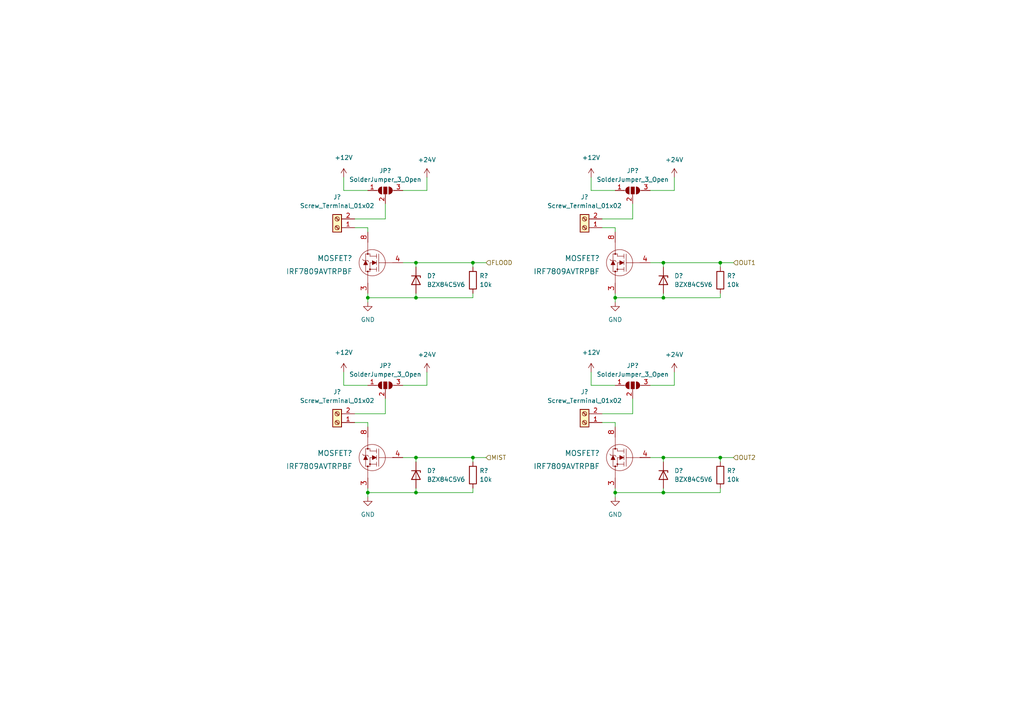
<source format=kicad_sch>
(kicad_sch (version 20211123) (generator eeschema)
  (paper "A4")
  (title_block (title "Configurable Outputs"))
  (lib_symbols
    (symbol "Connector:Screw_Terminal_01x02" (pin_names (offset 1.016) hide)
      (property "Reference" "J" (at 0 2.54 0))
      (property "Value" "Screw_Terminal_01x02" (at 0 -5.08 0))
      (symbol "Screw_Terminal_01x02_1_1"
        (rectangle (start -1.27 1.27) (end 1.27 -3.81) (stroke (width 0.254)) (fill (type background)))
        (circle (center 0 -2.54) (radius 0.635) (stroke (width 0.1524)))
        (polyline (pts (xy -0.5334 -2.2098) (xy 0.3302 -3.048)) (stroke (width 0.1524)))
        (polyline (pts (xy -0.5334 0.3302) (xy 0.3302 -0.508)) (stroke (width 0.1524)))
        (polyline (pts (xy -0.3556 -2.032) (xy 0.508 -2.8702)) (stroke (width 0.1524)))
        (polyline (pts (xy -0.3556 0.508) (xy 0.508 -0.3302)) (stroke (width 0.1524)))
        (circle (center 0 0) (radius 0.635) (stroke (width 0.1524)))
        (pin passive line (at -5.08 0 0) (length 3.81) (name "Pin_1") (number "1"))
        (pin passive line (at -5.08 -2.54 0) (length 3.81) (name "Pin_2") (number "2"))
      )
    )
    (symbol "Device:R" (pin_numbers hide) (pin_names (offset 0))
      (property "Reference" "R" (at 2.032 0 90))
      (property "Value" "R" (at 0 0 90))
      (symbol "R_0_1"
        (rectangle (start -1.016 -2.54) (end 1.016 2.54) (stroke (width 0.254)))
      )
      (symbol "R_1_1"
        (pin passive line (at 0 3.81 270) (length 1.27) (name "~") (number "1"))
        (pin passive line (at 0 -3.81 90) (length 1.27) (name "~") (number "2"))
      )
    )
    (symbol "Diode:BZX84Cxx" (pin_numbers hide) (pin_names (offset 1.016) hide)
      (property "Reference" "D" (at 0 2.54 0))
      (property "Value" "BZX84Cxx" (at 0 -2.54 0))
      (symbol "BZX84Cxx_0_1"
        (polyline (pts (xy 1.27 0) (xy -1.27 0)))
        (polyline (pts (xy -1.27 -1.27) (xy -1.27 1.27) (xy -0.762 1.27)) (stroke (width 0.254)))
        (polyline (pts (xy 1.27 -1.27) (xy 1.27 1.27) (xy -1.27 0) (xy 1.27 -1.27)) (stroke (width 0.254)))
      )
      (symbol "BZX84Cxx_1_1"
        (pin passive line (at -3.81 0 0) (length 2.54) (name "K") (number "1"))
        (pin passive line (at 3.81 0 180) (length 2.54) (name "A") (number "2"))
      )
    )
    (symbol "Jumper:SolderJumper_3_Open" (pin_names (offset 0) hide)
      (property "Reference" "JP" (at -2.54 -2.54 0))
      (property "Value" "SolderJumper_3_Open" (at 0 2.794 0))
      (symbol "SolderJumper_3_Open_0_1"
        (arc (start -1.016 1.016) (mid -2.032 0) (end -1.016 -1.016))
        (arc (start -1.016 1.016) (mid -2.032 0) (end -1.016 -1.016) (fill (type outline)))
        (rectangle (start -0.508 1.016) (end 0.508 -1.016) (fill (type outline)))
        (polyline (pts (xy -2.54 0) (xy -2.032 0)))
        (polyline (pts (xy -1.016 1.016) (xy -1.016 -1.016)))
        (polyline (pts (xy 0 -1.27) (xy 0 -1.016)))
        (polyline (pts (xy 1.016 1.016) (xy 1.016 -1.016)))
        (polyline (pts (xy 2.54 0) (xy 2.032 0)))
        (arc (start 1.016 -1.016) (mid 2.032 0) (end 1.016 1.016))
        (arc (start 1.016 -1.016) (mid 2.032 0) (end 1.016 1.016) (fill (type outline)))
      )
      (symbol "SolderJumper_3_Open_1_1"
        (pin passive line (at -5.08 0 0) (length 2.54) (name "A") (number "1"))
        (pin input line (at 0 -3.81 90) (length 2.54) (name "C") (number "2"))
        (pin passive line (at 5.08 0 180) (length 2.54) (name "B") (number "3"))
      )
    )
    (symbol "fluidnc_board:IRF7809AVTRPBF" (pin_names (offset 0.254) hide)
      (property "Reference" "MOSFET" (at 35.56 0 0))
      (property "Value" "IRF7809AVTRPBF" (at 36.83 -2.54 0))
      (symbol "IRF7809AVTRPBF_1_1"
        (polyline (pts (xy 13.97 -3.81) (xy 18.415 -3.81)) (stroke (width 0.127)))
        (polyline (pts (xy 18.415 -6.35) (xy 18.415 -1.27)) (stroke (width 0.127)))
        (polyline (pts (xy 19.05 -6.35) (xy 19.05 -5.08)) (stroke (width 0.127)))
        (polyline (pts (xy 19.05 -5.715) (xy 20.955 -5.715)) (stroke (width 0.127)))
        (polyline (pts (xy 19.05 -4.445) (xy 19.05 -3.175)) (stroke (width 0.127)))
        (polyline (pts (xy 19.05 -2.54) (xy 19.05 -1.27)) (stroke (width 0.127)))
        (polyline (pts (xy 19.05 -1.905) (xy 20.955 -1.905)) (stroke (width 0.127)))
        (polyline (pts (xy 20.32 -3.81) (xy 20.955 -3.81)) (stroke (width 0.127)))
        (polyline (pts (xy 20.955 -6.35) (xy 20.955 -3.81)) (stroke (width 0.127)))
        (polyline (pts (xy 20.955 -6.35) (xy 22.225 -6.35)) (stroke (width 0.127)))
        (polyline (pts (xy 20.955 -1.905) (xy 20.955 -1.27)) (stroke (width 0.127)))
        (polyline (pts (xy 20.955 -1.27) (xy 22.225 -1.27)) (stroke (width 0.127)))
        (polyline (pts (xy 21.59 -10.16) (xy 21.59 -6.35)) (stroke (width 0.127)))
        (polyline (pts (xy 21.59 -3.175) (xy 21.336 -3.556)) (stroke (width 0.127)))
        (polyline (pts (xy 21.59 2.54) (xy 21.59 -1.27)) (stroke (width 0.127)))
        (polyline (pts (xy 22.225 -6.35) (xy 22.225 -4.445)) (stroke (width 0.127)))
        (polyline (pts (xy 22.225 -3.175) (xy 22.225 -1.27)) (stroke (width 0.127)))
        (polyline (pts (xy 22.86 -3.175) (xy 21.59 -3.175)) (stroke (width 0.127)))
        (polyline (pts (xy 22.86 -3.175) (xy 23.114 -2.794)) (stroke (width 0.127)))
        (polyline (pts (xy 20.32 -3.175) (xy 19.05 -3.81) (xy 20.32 -4.445) (xy 20.32 -3.175)) (stroke (width 0.0254)) (fill (type outline)))
        (polyline (pts (xy 22.86 -4.445) (xy 21.59 -4.445) (xy 22.225 -3.175) (xy 22.86 -4.445)) (stroke (width 0.0254)) (fill (type outline)))
        (circle (center 20.32 -3.81) (radius 3.81) (stroke (width 0.127)))
        (circle (center 20.955 -5.715) (radius 0.127) (stroke (width 0.254)))
        (circle (center 21.59 -6.35) (radius 0.127) (stroke (width 0.254)))
        (circle (center 21.59 -1.27) (radius 0.127) (stroke (width 0.254)))
        (pin unspecified line (at 21.59 -12.7 90) (length 3) hide (name "1") (number "1"))
        (pin unspecified line (at 21.59 -12.7 90) (length 3) hide (name "2") (number "2"))
        (pin unspecified line (at 21.59 -12.7 90) (length 3) (name "3") (number "3"))
        (pin unspecified line (at 11.43 -3.81 0) (length 3) (name "4") (number "4"))
        (pin unspecified line (at 21.59 5.08 270) (length 3) hide (name "5") (number "5"))
        (pin unspecified line (at 21.59 5.08 270) (length 3) hide (name "6") (number "6"))
        (pin unspecified line (at 21.59 5.08 270) (length 3) hide (name "7") (number "7"))
        (pin unspecified line (at 21.59 5.08 270) (length 3) (name "8") (number "8"))
      )
    )
    (symbol "power:+12V" (power) (pin_names (offset 0))
      (property "Value" "+12V" (at 0 3.556 0))
      (symbol "+12V_0_1"
        (polyline (pts (xy -0.762 1.27) (xy 0 2.54)))
        (polyline (pts (xy 0 0) (xy 0 2.54)))
        (polyline (pts (xy 0 2.54) (xy 0.762 1.27)))
      )
      (symbol "+12V_1_1"
        (pin power_in line (at 0 0 90) (length 0) hide (name "+12V") (number "1"))
      )
    )
    (symbol "power:+24V" (power) (pin_names (offset 0))
      (property "Value" "+24V" (at 0 3.556 0))
      (symbol "+24V_0_1"
        (polyline (pts (xy -0.762 1.27) (xy 0 2.54)))
        (polyline (pts (xy 0 0) (xy 0 2.54)))
        (polyline (pts (xy 0 2.54) (xy 0.762 1.27)))
      )
      (symbol "+24V_1_1"
        (pin power_in line (at 0 0 90) (length 0) hide (name "+24V") (number "1"))
      )
    )
    (symbol "power:GND" (power) (pin_names (offset 0))
      (property "Value" "GND" (at 0 -3.81 0))
      (symbol "GND_0_1"
        (polyline (pts (xy 0 0) (xy 0 -1.27) (xy 1.27 -1.27) (xy 0 -2.54) (xy -1.27 -1.27) (xy 0 -1.27)))
      )
      (symbol "GND_1_1"
        (pin power_in line (at 0 0 270) (length 0) hide (name "GND") (number "1"))
      )
    )
  )
  (junction (at 137.16 132.715))
  (junction (at 106.68 142.875))
  (junction (at 192.405 132.715))
  (junction (at 120.65 76.2))
  (junction (at 178.435 142.875))
  (junction (at 208.915 76.2))
  (junction (at 192.405 76.2))
  (junction (at 120.65 132.715))
  (junction (at 106.68 86.36))
  (junction (at 178.435 86.36))
  (junction (at 192.405 86.36))
  (junction (at 208.915 132.715))
  (junction (at 192.405 142.875))
  (junction (at 137.16 76.2))
  (junction (at 120.65 142.875))
  (junction (at 120.65 86.36))
  (wire (pts (xy 99.695 111.76) (xy 99.695 107.95)))
  (wire (pts (xy 208.915 76.2) (xy 212.725 76.2)))
  (wire (pts (xy 178.435 85.09) (xy 178.435 86.36)))
  (wire (pts (xy 171.45 111.76) (xy 171.45 107.95)))
  (wire (pts (xy 111.76 115.57) (xy 111.76 120.015)))
  (wire (pts (xy 208.915 86.36) (xy 208.915 85.09)))
  (wire (pts (xy 178.435 111.76) (xy 171.45 111.76)))
  (wire (pts (xy 178.435 122.555) (xy 174.625 122.555)))
  (wire (pts (xy 192.405 142.875) (xy 178.435 142.875)))
  (wire (pts (xy 111.76 63.5) (xy 102.87 63.5)))
  (wire (pts (xy 99.695 55.245) (xy 99.695 51.435)))
  (wire (pts (xy 183.515 63.5) (xy 174.625 63.5)))
  (wire (pts (xy 195.58 111.76) (xy 188.595 111.76)))
  (wire (pts (xy 137.16 132.715) (xy 140.97 132.715)))
  (wire (pts (xy 192.405 132.715) (xy 208.915 132.715)))
  (wire (pts (xy 178.435 141.605) (xy 178.435 142.875)))
  (wire (pts (xy 111.76 120.015) (xy 102.87 120.015)))
  (wire (pts (xy 192.405 86.36) (xy 178.435 86.36)))
  (wire (pts (xy 123.825 107.95) (xy 123.825 111.76)))
  (wire (pts (xy 192.405 141.605) (xy 192.405 142.875)))
  (wire (pts (xy 208.915 142.875) (xy 208.915 141.605)))
  (wire (pts (xy 120.65 132.715) (xy 116.84 132.715)))
  (wire (pts (xy 106.68 86.36) (xy 106.68 87.63)))
  (wire (pts (xy 183.515 120.015) (xy 174.625 120.015)))
  (wire (pts (xy 183.515 59.055) (xy 183.515 63.5)))
  (wire (pts (xy 106.68 122.555) (xy 102.87 122.555)))
  (wire (pts (xy 106.68 66.04) (xy 102.87 66.04)))
  (wire (pts (xy 208.915 132.715) (xy 208.915 133.985)))
  (wire (pts (xy 106.68 141.605) (xy 106.68 142.875)))
  (wire (pts (xy 178.435 66.04) (xy 174.625 66.04)))
  (wire (pts (xy 183.515 115.57) (xy 183.515 120.015)))
  (wire (pts (xy 178.435 55.245) (xy 171.45 55.245)))
  (wire (pts (xy 192.405 85.09) (xy 192.405 86.36)))
  (wire (pts (xy 137.16 132.715) (xy 137.16 133.985)))
  (wire (pts (xy 120.65 76.2) (xy 137.16 76.2)))
  (wire (pts (xy 192.405 133.985) (xy 192.405 132.715)))
  (wire (pts (xy 208.915 132.715) (xy 212.725 132.715)))
  (wire (pts (xy 120.65 133.985) (xy 120.65 132.715)))
  (wire (pts (xy 192.405 76.2) (xy 188.595 76.2)))
  (wire (pts (xy 137.16 86.36) (xy 137.16 85.09)))
  (wire (pts (xy 123.825 55.245) (xy 116.84 55.245)))
  (wire (pts (xy 120.65 85.09) (xy 120.65 86.36)))
  (wire (pts (xy 106.68 67.31) (xy 106.68 66.04)))
  (wire (pts (xy 123.825 51.435) (xy 123.825 55.245)))
  (wire (pts (xy 120.65 76.2) (xy 116.84 76.2)))
  (wire (pts (xy 192.405 77.47) (xy 192.405 76.2)))
  (wire (pts (xy 192.405 86.36) (xy 208.915 86.36)))
  (wire (pts (xy 120.65 86.36) (xy 137.16 86.36)))
  (wire (pts (xy 123.825 111.76) (xy 116.84 111.76)))
  (wire (pts (xy 178.435 86.36) (xy 178.435 87.63)))
  (wire (pts (xy 120.65 86.36) (xy 106.68 86.36)))
  (wire (pts (xy 106.68 55.245) (xy 99.695 55.245)))
  (wire (pts (xy 171.45 55.245) (xy 171.45 51.435)))
  (wire (pts (xy 192.405 76.2) (xy 208.915 76.2)))
  (wire (pts (xy 120.65 141.605) (xy 120.65 142.875)))
  (wire (pts (xy 195.58 107.95) (xy 195.58 111.76)))
  (wire (pts (xy 178.435 67.31) (xy 178.435 66.04)))
  (wire (pts (xy 111.76 59.055) (xy 111.76 63.5)))
  (wire (pts (xy 106.68 142.875) (xy 106.68 144.145)))
  (wire (pts (xy 137.16 76.2) (xy 140.97 76.2)))
  (wire (pts (xy 137.16 76.2) (xy 137.16 77.47)))
  (wire (pts (xy 106.68 111.76) (xy 99.695 111.76)))
  (wire (pts (xy 192.405 132.715) (xy 188.595 132.715)))
  (wire (pts (xy 120.65 132.715) (xy 137.16 132.715)))
  (wire (pts (xy 178.435 142.875) (xy 178.435 144.145)))
  (wire (pts (xy 106.68 85.09) (xy 106.68 86.36)))
  (wire (pts (xy 106.68 123.825) (xy 106.68 122.555)))
  (wire (pts (xy 195.58 55.245) (xy 188.595 55.245)))
  (wire (pts (xy 137.16 142.875) (xy 137.16 141.605)))
  (wire (pts (xy 208.915 76.2) (xy 208.915 77.47)))
  (wire (pts (xy 120.65 142.875) (xy 106.68 142.875)))
  (wire (pts (xy 120.65 77.47) (xy 120.65 76.2)))
  (wire (pts (xy 195.58 51.435) (xy 195.58 55.245)))
  (wire (pts (xy 192.405 142.875) (xy 208.915 142.875)))
  (wire (pts (xy 120.65 142.875) (xy 137.16 142.875)))
  (wire (pts (xy 178.435 123.825) (xy 178.435 122.555)))
  (hierarchical_label "OUT2" (shape input) (at 212.725 132.715 0))
  (hierarchical_label "OUT1" (shape input) (at 212.725 76.2 0))
  (hierarchical_label "FLOOD" (shape input) (at 140.97 76.2 0))
  (hierarchical_label "MIST" (shape input) (at 140.97 132.715 0))
  (symbol (lib_id "power:GND") (at 178.435 87.63 0) (unit 1)
    (property "Reference" "#PWR?" (effects hide))
    (property "Value" "GND" (at 178.435 92.71 0))
  )
  (symbol (lib_id "Jumper:SolderJumper_3_Open") (at 183.515 55.245 0) (unit 1)
    (property "Reference" "JP?" (at 183.515 49.53 0))
    (property "Value" "SolderJumper_3_Open" (at 183.515 52.07 0))
  )
  (symbol (lib_id "Diode:BZX84Cxx") (at 192.405 81.28 270) (unit 1)
    (property "Reference" "D?" (at 195.58 80.0099 90) (effects (justify left)))
    (property "Value" "BZX84C5V6" (at 195.58 82.5499 90) (effects (justify left)))
    (property "Footprint" "Diode_SMD:D_SOT-23_ANK" (effects hide))
    (property "Datasheet" "https://diotec.com/tl_files/diotec/files/pdf/datasheets/bzx84c2v4.pdf" (effects hide))
  )
  (symbol (lib_id "Device:R") (at 137.16 81.28 0) (unit 1)
    (property "Reference" "R?" (at 139.065 80.0099 0) (effects (justify left)))
    (property "Value" "10k" (at 139.065 82.5499 0) (effects (justify left)))
  )
  (symbol (lib_id "power:+24V") (at 123.825 51.435 0) (unit 1)
    (property "Reference" "#PWR?" (effects hide))
    (property "Value" "+24V" (at 123.825 46.355 0))
  )
  (symbol (lib_id "Diode:BZX84Cxx") (at 192.405 137.795 270) (unit 1)
    (property "Reference" "D?" (at 195.58 136.5249 90) (effects (justify left)))
    (property "Value" "BZX84C5V6" (at 195.58 139.0649 90) (effects (justify left)))
    (property "Footprint" "Diode_SMD:D_SOT-23_ANK" (effects hide))
    (property "Datasheet" "https://diotec.com/tl_files/diotec/files/pdf/datasheets/bzx84c2v4.pdf" (effects hide))
  )
  (symbol (lib_id "power:+24V") (at 123.825 107.95 0) (unit 1)
    (property "Reference" "#PWR?" (effects hide))
    (property "Value" "+24V" (at 123.825 102.87 0))
  )
  (symbol (lib_id "Diode:BZX84Cxx") (at 120.65 81.28 270) (unit 1)
    (property "Reference" "D?" (at 123.825 80.0099 90) (effects (justify left)))
    (property "Value" "BZX84C5V6" (at 123.825 82.5499 90) (effects (justify left)))
    (property "Footprint" "Diode_SMD:D_SOT-23_ANK" (effects hide))
    (property "Datasheet" "https://diotec.com/tl_files/diotec/files/pdf/datasheets/bzx84c2v4.pdf" (effects hide))
  )
  (symbol (lib_id "power:GND") (at 106.68 87.63 0) (unit 1)
    (property "Reference" "#PWR?" (effects hide))
    (property "Value" "GND" (at 106.68 92.71 0))
  )
  (symbol (lib_id "fluidnc_board:IRF7809AVTRPBF") (at 200.025 128.905 0) (mirror y) (unit 1)
    (property "Reference" "MOSFET?" (at 173.99 131.445 0) (effects (font (size 1.524 1.524)) (justify left)))
    (property "Value" "IRF7809AVTRPBF" (at 173.99 135.255 0) (effects (font (size 1.524 1.524)) (justify left)))
    (property "Footprint" "SO-8_INF" (effects hide))
  )
  (symbol (lib_id "Jumper:SolderJumper_3_Open") (at 111.76 111.76 0) (unit 1)
    (property "Reference" "JP?" (at 111.76 106.045 0))
    (property "Value" "SolderJumper_3_Open" (at 111.76 108.585 0))
  )
  (symbol (lib_id "power:+12V") (at 99.695 51.435 0) (unit 1)
    (property "Reference" "#PWR?" (effects hide))
    (property "Value" "+12V" (at 99.695 45.72 0))
  )
  (symbol (lib_id "power:+24V") (at 195.58 107.95 0) (unit 1)
    (property "Reference" "#PWR?" (effects hide))
    (property "Value" "+24V" (at 195.58 102.87 0))
  )
  (symbol (lib_id "Device:R") (at 208.915 137.795 0) (unit 1)
    (property "Reference" "R?" (at 210.82 136.5249 0) (effects (justify left)))
    (property "Value" "10k" (at 210.82 139.0649 0) (effects (justify left)))
  )
  (symbol (lib_id "Jumper:SolderJumper_3_Open") (at 183.515 111.76 0) (unit 1)
    (property "Reference" "JP?" (at 183.515 106.045 0))
    (property "Value" "SolderJumper_3_Open" (at 183.515 108.585 0))
  )
  (symbol (lib_id "power:GND") (at 106.68 144.145 0) (unit 1)
    (property "Reference" "#PWR?" (effects hide))
    (property "Value" "GND" (at 106.68 149.225 0))
  )
  (symbol (lib_id "power:+12V") (at 171.45 107.95 0) (unit 1)
    (property "Reference" "#PWR?" (effects hide))
    (property "Value" "+12V" (at 171.45 102.235 0))
  )
  (symbol (lib_id "fluidnc_board:IRF7809AVTRPBF") (at 128.27 72.39 0) (mirror y) (unit 1)
    (property "Reference" "MOSFET?" (at 102.235 74.93 0) (effects (font (size 1.524 1.524)) (justify left)))
    (property "Value" "IRF7809AVTRPBF" (at 102.235 78.74 0) (effects (font (size 1.524 1.524)) (justify left)))
    (property "Footprint" "SO-8_INF" (effects hide))
  )
  (symbol (lib_id "power:GND") (at 178.435 144.145 0) (unit 1)
    (property "Reference" "#PWR?" (effects hide))
    (property "Value" "GND" (at 178.435 149.225 0))
  )
  (symbol (lib_id "Device:R") (at 208.915 81.28 0) (unit 1)
    (property "Reference" "R?" (at 210.82 80.0099 0) (effects (justify left)))
    (property "Value" "10k" (at 210.82 82.5499 0) (effects (justify left)))
  )
  (symbol (lib_id "Connector:Screw_Terminal_01x02") (at 169.545 66.04 180) (unit 1)
    (property "Reference" "J?" (at 169.545 57.15 0))
    (property "Value" "Screw_Terminal_01x02" (at 169.545 59.69 0))
  )
  (symbol (lib_id "Device:R") (at 137.16 137.795 0) (unit 1)
    (property "Reference" "R?" (at 139.065 136.5249 0) (effects (justify left)))
    (property "Value" "10k" (at 139.065 139.0649 0) (effects (justify left)))
  )
  (symbol (lib_id "Connector:Screw_Terminal_01x02") (at 169.545 122.555 180) (unit 1)
    (property "Reference" "J?" (at 169.545 113.665 0))
    (property "Value" "Screw_Terminal_01x02" (at 169.545 116.205 0))
  )
  (symbol (lib_id "fluidnc_board:IRF7809AVTRPBF") (at 128.27 128.905 0) (mirror y) (unit 1)
    (property "Reference" "MOSFET?" (at 102.235 131.445 0) (effects (font (size 1.524 1.524)) (justify left)))
    (property "Value" "IRF7809AVTRPBF" (at 102.235 135.255 0) (effects (font (size 1.524 1.524)) (justify left)))
    (property "Footprint" "SO-8_INF" (effects hide))
  )
  (symbol (lib_id "Connector:Screw_Terminal_01x02") (at 97.79 122.555 180) (unit 1)
    (property "Reference" "J?" (at 97.79 113.665 0))
    (property "Value" "Screw_Terminal_01x02" (at 97.79 116.205 0))
  )
  (symbol (lib_id "power:+12V") (at 171.45 51.435 0) (unit 1)
    (property "Reference" "#PWR?" (effects hide))
    (property "Value" "+12V" (at 171.45 45.72 0))
  )
  (symbol (lib_id "power:+12V") (at 99.695 107.95 0) (unit 1)
    (property "Reference" "#PWR?" (effects hide))
    (property "Value" "+12V" (at 99.695 102.235 0))
  )
  (symbol (lib_id "fluidnc_board:IRF7809AVTRPBF") (at 200.025 72.39 0) (mirror y) (unit 1)
    (property "Reference" "MOSFET?" (at 173.99 74.93 0) (effects (font (size 1.524 1.524)) (justify left)))
    (property "Value" "IRF7809AVTRPBF" (at 173.99 78.74 0) (effects (font (size 1.524 1.524)) (justify left)))
    (property "Footprint" "SO-8_INF" (effects hide))
  )
  (symbol (lib_id "Diode:BZX84Cxx") (at 120.65 137.795 270) (unit 1)
    (property "Reference" "D?" (at 123.825 136.5249 90) (effects (justify left)))
    (property "Value" "BZX84C5V6" (at 123.825 139.0649 90) (effects (justify left)))
    (property "Footprint" "Diode_SMD:D_SOT-23_ANK" (effects hide))
    (property "Datasheet" "https://diotec.com/tl_files/diotec/files/pdf/datasheets/bzx84c2v4.pdf" (effects hide))
  )
  (symbol (lib_id "Connector:Screw_Terminal_01x02") (at 97.79 66.04 180) (unit 1)
    (property "Reference" "J?" (at 97.79 57.15 0))
    (property "Value" "Screw_Terminal_01x02" (at 97.79 59.69 0))
  )
  (symbol (lib_id "power:+24V") (at 195.58 51.435 0) (unit 1)
    (property "Reference" "#PWR?" (effects hide))
    (property "Value" "+24V" (at 195.58 46.355 0))
  )
  (symbol (lib_id "Jumper:SolderJumper_3_Open") (at 111.76 55.245 0) (unit 1)
    (property "Reference" "JP?" (at 111.76 49.53 0))
    (property "Value" "SolderJumper_3_Open" (at 111.76 52.07 0))
  )
)
</source>
